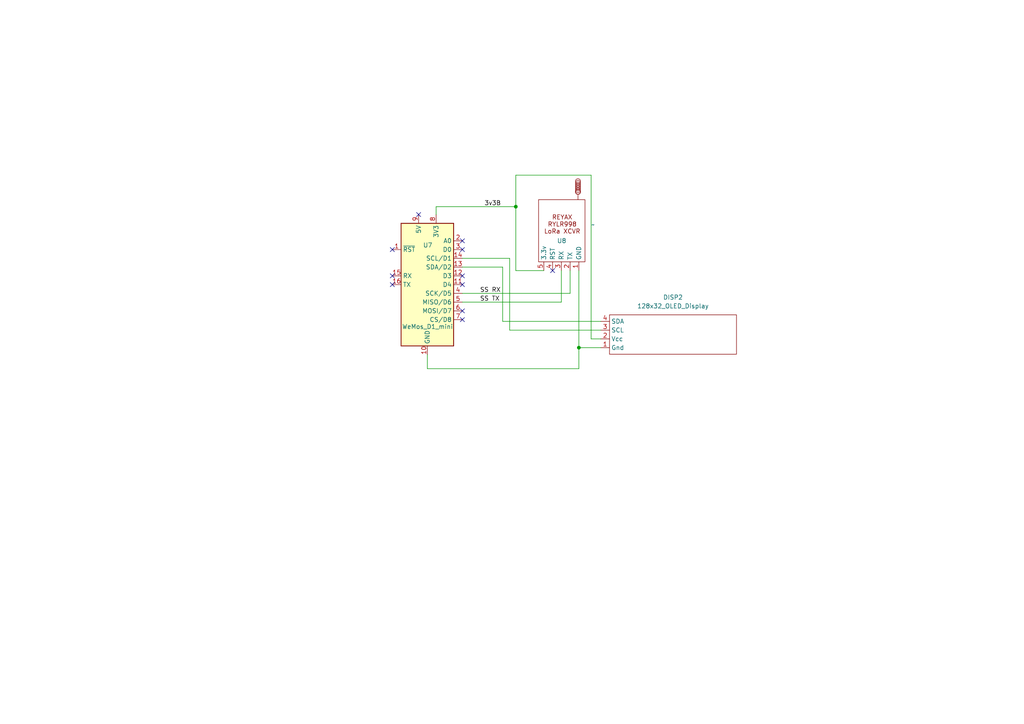
<source format=kicad_sch>
(kicad_sch (version 20231120) (generator "eeschema") (generator_version "8.0")
  (paper "A4")
  (title_block (title "LoRa to MQTT Converter") (date "2025-03-04") (rev "2.2.1"))
  (lib_symbols
    (symbol "Davids_Symbols:128x32_OLED_Display"
      (property "Reference" "DISP1" (at 7.62 3.81 0))
      (property "Value" "128x32_OLED_Display" (at 7.62 1.27 0))
      (symbol "128x32_OLED_Display_0_1"
        (rectangle (start 26.035 -12.7) (end -10.795 -1.27) (stroke (width 0.1524)))
      )
      (symbol "128x32_OLED_Display_1_1"
        (pin passive line (at -13.335 -10.795 0) (length 2.54) (name "Gnd") (number "1"))
        (pin power_in line (at -13.335 -8.255 0) (length 2.54) (name "Vcc") (number "2"))
        (pin input line (at -13.335 -5.715 0) (length 2.54) (name "SCL") (number "3"))
        (pin input line (at -13.335 -3.175 0) (length 2.54) (name "SDA") (number "4"))
      )
    )
    (symbol "Davids_Symbols:RYLR998"
      (property "Reference" "U" (at -0.762 10.668 0))
      (symbol "RYLR998_0_1"
        (rectangle (start -6.35 9.398) (end 7.112 -8.636))
        (polyline (pts (xy 5.08 10.922) (xy 5.08 9.398)))
        (circle (center 5.08 11.684) (radius 0.7184))
        (circle (center 5.08 11.684) (radius 0.7184))
        (circle (center 5.08 12.192) (radius 0.7184))
        (circle (center 5.08 12.7) (radius 0.7184))
        (circle (center 5.08 13.208) (radius 0.7184))
        (circle (center 5.08 13.716) (radius 0.7184))
        (circle (center 5.08 14.224) (radius 0.7184))
        (circle (center 5.08 14.732) (radius 0.7184))
      )
      (symbol "RYLR998_1_1"
        (text "REYAX\nRYLR998\nLoRa XCVR" (at 0.508 2.286 0) (effects (font (size 1.27 1.27))))
        (pin passive line (at 5.334 -11.176 90) (length 2.54) (name "GND") (number "1"))
        (pin output line (at 2.794 -11.176 90) (length 2.54) (name "TX") (number "2"))
        (pin input line (at 0.254 -11.176 90) (length 2.54) (name "RX") (number "3"))
        (pin input line (at -2.286 -11.176 90) (length 2.54) (name "RST") (number "4"))
        (pin power_in line (at -4.826 -11.176 90) (length 2.54) (name "3.3v") (number "5"))
      )
    )
    (symbol "MCU_Module:WeMos_D1_mini"
      (property "Reference" "U" (at 3.81 19.05 0))
      (property "Value" "WeMos_D1_mini" (at 1.27 -19.05 0))
      (symbol "WeMos_D1_mini_1_1"
        (rectangle (start -7.62 17.78) (end 7.62 -17.78) (stroke (width 0.254)) (fill (type background)))
        (pin input line (at -10.16 10.16 0) (length 2.54) (name "~{RST}") (number "1"))
        (pin power_in line (at 0 -20.32 90) (length 2.54) (name "GND") (number "10"))
        (pin bidirectional line (at 10.16 0 180) (length 2.54) (name "D4") (number "11"))
        (pin bidirectional line (at 10.16 2.54 180) (length 2.54) (name "D3") (number "12"))
        (pin bidirectional line (at 10.16 5.08 180) (length 2.54) (name "SDA/D2") (number "13"))
        (pin bidirectional line (at 10.16 7.62 180) (length 2.54) (name "SCL/D1") (number "14"))
        (pin input line (at -10.16 2.54 0) (length 2.54) (name "RX") (number "15"))
        (pin output line (at -10.16 0 0) (length 2.54) (name "TX") (number "16"))
        (pin input line (at 10.16 12.7 180) (length 2.54) (name "A0") (number "2"))
        (pin bidirectional line (at 10.16 10.16 180) (length 2.54) (name "D0") (number "3"))
        (pin bidirectional line (at 10.16 -2.54 180) (length 2.54) (name "SCK/D5") (number "4"))
        (pin bidirectional line (at 10.16 -5.08 180) (length 2.54) (name "MISO/D6") (number "5"))
        (pin bidirectional line (at 10.16 -7.62 180) (length 2.54) (name "MOSI/D7") (number "6"))
        (pin bidirectional line (at 10.16 -10.16 180) (length 2.54) (name "CS/D8") (number "7"))
        (pin power_out line (at 2.54 20.32 270) (length 2.54) (name "3V3") (number "8"))
        (pin power_in line (at -2.54 20.32 270) (length 2.54) (name "5V") (number "9"))
      )
    )
  )
  (junction (at 149.606 59.944))
  (junction (at 167.894 100.838))
  (no_connect (at 134.112 72.39))
  (no_connect (at 134.112 90.17))
  (no_connect (at 113.792 82.55))
  (no_connect (at 134.112 82.55))
  (no_connect (at 113.792 72.39))
  (no_connect (at 134.112 80.01))
  (no_connect (at 160.274 78.486))
  (no_connect (at 134.112 92.71))
  (no_connect (at 113.792 80.01))
  (no_connect (at 121.412 62.23))
  (no_connect (at 134.112 69.85))
  (wire (pts (xy 174.244 93.218) (xy 145.796 93.218)))
  (wire (pts (xy 147.828 95.758) (xy 147.828 74.93)))
  (wire (pts (xy 149.606 50.8) (xy 149.606 59.944)))
  (wire (pts (xy 167.894 106.934) (xy 123.952 106.934)))
  (wire (pts (xy 174.244 95.758) (xy 147.828 95.758)))
  (wire (pts (xy 157.734 78.486) (xy 149.606 78.486)))
  (wire (pts (xy 171.45 98.298) (xy 171.45 50.8)))
  (wire (pts (xy 167.894 78.486) (xy 167.894 100.838)))
  (wire (pts (xy 162.814 87.63) (xy 162.814 78.486)))
  (wire (pts (xy 149.606 59.944) (xy 126.492 59.944)))
  (wire (pts (xy 123.952 102.87) (xy 123.952 106.934)))
  (wire (pts (xy 145.796 77.47) (xy 134.112 77.47)))
  (wire (pts (xy 134.112 87.63) (xy 162.814 87.63)))
  (wire (pts (xy 165.354 85.09) (xy 165.354 78.486)))
  (wire (pts (xy 167.894 100.838) (xy 174.244 100.838)))
  (wire (pts (xy 174.244 98.298) (xy 171.45 98.298)))
  (wire (pts (xy 126.492 59.944) (xy 126.492 62.23)))
  (wire (pts (xy 149.606 78.486) (xy 149.606 59.944)))
  (wire (pts (xy 147.828 74.93) (xy 134.112 74.93)))
  (wire (pts (xy 134.112 85.09) (xy 165.354 85.09)))
  (wire (pts (xy 145.796 93.218) (xy 145.796 77.47)))
  (wire (pts (xy 167.894 100.838) (xy 167.894 106.934)))
  (wire (pts (xy 171.45 50.8) (xy 149.606 50.8)))
  (label "SS RX" (at 139.192 85.09 0))
  (label "SS TX" (at 139.192 87.63 0))
  (label "3v3B" (at 140.462 59.944 0))
  (symbol (lib_id "Davids_Symbols:128x32_OLED_Display") (at 187.579 90.043 0) (unit 1)
    (property "Reference" "DISP2" (at 195.199 86.233 0))
    (property "Value" "128x32_OLED_Display" (at 195.199 88.773 0))
    (property "Footprint" "Davids_Footprints:OLED_0.91_128x32" (effects (hide yes)))
  )
  (symbol (lib_id "MCU_Module:WeMos_D1_mini") (at 123.952 82.55 0) (unit 1)
    (property "Reference" "U7" (at 122.682 71.12 0) (effects (justify left)))
    (property "Value" "WeMos_D1_mini" (at 116.586 94.742 0) (effects (justify left)))
    (property "Footprint" "Module:WEMOS_D1_mini_light" (effects (hide yes)))
    (property "Datasheet" "https://wiki.wemos.cc/products:d1:d1_mini#documentation" (effects (hide yes)))
    (property "Description" "32-bit microcontroller module with WiFi" (effects (hide yes)))
  )
  (symbol (lib_id "Davids_Symbols:RYLR998") (at 162.56 67.31 0) (unit 1)
    (property "Reference" "U8" (at 161.544 69.85 0) (effects (justify left)))
    (property "Value" "~" (at 171.45 65.1728 0) (effects (justify left)))
    (property "Footprint" "Connector_PinSocket_2.54mm:PinSocket_1x05_P2.54mm_Horizontal" (effects (hide yes)))
  )
)
</source>
